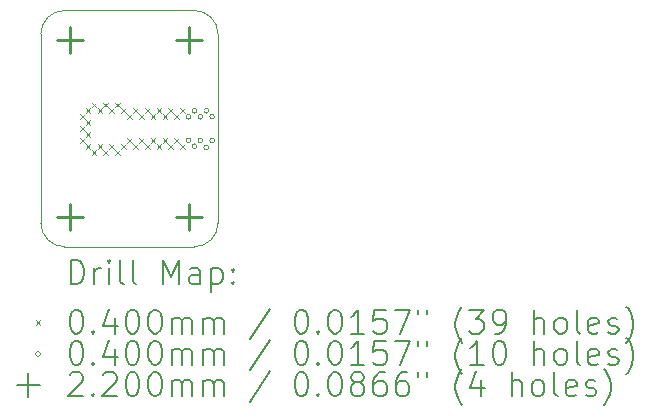
<source format=gbr>
%FSLAX45Y45*%
G04 Gerber Fmt 4.5, Leading zero omitted, Abs format (unit mm)*
G04 Created by KiCad (PCBNEW 6.0.1-79c1e3a40b~116~ubuntu20.04.1) date 2022-01-27 21:51:37*
%MOMM*%
%LPD*%
G01*
G04 APERTURE LIST*
%TA.AperFunction,Profile*%
%ADD10C,0.100000*%
%TD*%
%ADD11C,0.200000*%
%ADD12C,0.040000*%
%ADD13C,0.220000*%
G04 APERTURE END LIST*
D10*
X12650000Y-7150000D02*
G75*
G03*
X12850000Y-7350000I200000J0D01*
G01*
X13950000Y-7350000D02*
X12850000Y-7350000D01*
X12650000Y-7150000D02*
X12650000Y-5550000D01*
X14150000Y-5550000D02*
X14150000Y-7150000D01*
X13950000Y-7350000D02*
G75*
G03*
X14150000Y-7150000I0J200000D01*
G01*
X12850000Y-5350000D02*
G75*
G03*
X12650000Y-5550000I0J-200000D01*
G01*
X12850000Y-5350000D02*
X13950000Y-5350000D01*
X14150000Y-5550000D02*
G75*
G03*
X13950000Y-5350000I-200000J0D01*
G01*
D11*
D12*
X12980000Y-6230000D02*
X13020000Y-6270000D01*
X13020000Y-6230000D02*
X12980000Y-6270000D01*
X12980000Y-6330000D02*
X13020000Y-6370000D01*
X13020000Y-6330000D02*
X12980000Y-6370000D01*
X12980000Y-6430000D02*
X13020000Y-6470000D01*
X13020000Y-6430000D02*
X12980000Y-6470000D01*
X13030000Y-6180000D02*
X13070000Y-6220000D01*
X13070000Y-6180000D02*
X13030000Y-6220000D01*
X13030000Y-6280000D02*
X13070000Y-6320000D01*
X13070000Y-6280000D02*
X13030000Y-6320000D01*
X13030000Y-6380000D02*
X13070000Y-6420000D01*
X13070000Y-6380000D02*
X13030000Y-6420000D01*
X13030000Y-6480000D02*
X13070000Y-6520000D01*
X13070000Y-6480000D02*
X13030000Y-6520000D01*
X13080000Y-6130000D02*
X13120000Y-6170000D01*
X13120000Y-6130000D02*
X13080000Y-6170000D01*
X13080000Y-6530000D02*
X13120000Y-6570000D01*
X13120000Y-6530000D02*
X13080000Y-6570000D01*
X13130000Y-6180000D02*
X13170000Y-6220000D01*
X13170000Y-6180000D02*
X13130000Y-6220000D01*
X13130000Y-6480000D02*
X13170000Y-6520000D01*
X13170000Y-6480000D02*
X13130000Y-6520000D01*
X13180000Y-6130000D02*
X13220000Y-6170000D01*
X13220000Y-6130000D02*
X13180000Y-6170000D01*
X13180000Y-6530000D02*
X13220000Y-6570000D01*
X13220000Y-6530000D02*
X13180000Y-6570000D01*
X13230000Y-6180000D02*
X13270000Y-6220000D01*
X13270000Y-6180000D02*
X13230000Y-6220000D01*
X13230000Y-6480000D02*
X13270000Y-6520000D01*
X13270000Y-6480000D02*
X13230000Y-6520000D01*
X13280000Y-6130000D02*
X13320000Y-6170000D01*
X13320000Y-6130000D02*
X13280000Y-6170000D01*
X13280000Y-6530000D02*
X13320000Y-6570000D01*
X13320000Y-6530000D02*
X13280000Y-6570000D01*
X13330000Y-6180000D02*
X13370000Y-6220000D01*
X13370000Y-6180000D02*
X13330000Y-6220000D01*
X13330000Y-6480000D02*
X13370000Y-6520000D01*
X13370000Y-6480000D02*
X13330000Y-6520000D01*
X13380000Y-6230000D02*
X13420000Y-6270000D01*
X13420000Y-6230000D02*
X13380000Y-6270000D01*
X13380000Y-6430000D02*
X13420000Y-6470000D01*
X13420000Y-6430000D02*
X13380000Y-6470000D01*
X13430000Y-6180000D02*
X13470000Y-6220000D01*
X13470000Y-6180000D02*
X13430000Y-6220000D01*
X13430000Y-6480000D02*
X13470000Y-6520000D01*
X13470000Y-6480000D02*
X13430000Y-6520000D01*
X13480000Y-6230000D02*
X13520000Y-6270000D01*
X13520000Y-6230000D02*
X13480000Y-6270000D01*
X13480000Y-6430000D02*
X13520000Y-6470000D01*
X13520000Y-6430000D02*
X13480000Y-6470000D01*
X13530000Y-6180000D02*
X13570000Y-6220000D01*
X13570000Y-6180000D02*
X13530000Y-6220000D01*
X13530000Y-6480000D02*
X13570000Y-6520000D01*
X13570000Y-6480000D02*
X13530000Y-6520000D01*
X13580000Y-6230000D02*
X13620000Y-6270000D01*
X13620000Y-6230000D02*
X13580000Y-6270000D01*
X13580000Y-6430000D02*
X13620000Y-6470000D01*
X13620000Y-6430000D02*
X13580000Y-6470000D01*
X13630000Y-6180000D02*
X13670000Y-6220000D01*
X13670000Y-6180000D02*
X13630000Y-6220000D01*
X13630000Y-6480000D02*
X13670000Y-6520000D01*
X13670000Y-6480000D02*
X13630000Y-6520000D01*
X13680000Y-6230000D02*
X13720000Y-6270000D01*
X13720000Y-6230000D02*
X13680000Y-6270000D01*
X13680000Y-6430000D02*
X13720000Y-6470000D01*
X13720000Y-6430000D02*
X13680000Y-6470000D01*
X13730000Y-6180000D02*
X13770000Y-6220000D01*
X13770000Y-6180000D02*
X13730000Y-6220000D01*
X13730000Y-6480000D02*
X13770000Y-6520000D01*
X13770000Y-6480000D02*
X13730000Y-6520000D01*
X13780000Y-6230000D02*
X13820000Y-6270000D01*
X13820000Y-6230000D02*
X13780000Y-6270000D01*
X13780000Y-6430000D02*
X13820000Y-6470000D01*
X13820000Y-6430000D02*
X13780000Y-6470000D01*
X13830000Y-6180000D02*
X13870000Y-6220000D01*
X13870000Y-6180000D02*
X13830000Y-6220000D01*
X13830000Y-6480000D02*
X13870000Y-6520000D01*
X13870000Y-6480000D02*
X13830000Y-6520000D01*
X13920000Y-6250000D02*
G75*
G03*
X13920000Y-6250000I-20000J0D01*
G01*
X13920000Y-6450000D02*
G75*
G03*
X13920000Y-6450000I-20000J0D01*
G01*
X13970000Y-6200000D02*
G75*
G03*
X13970000Y-6200000I-20000J0D01*
G01*
X13970000Y-6500000D02*
G75*
G03*
X13970000Y-6500000I-20000J0D01*
G01*
X14020000Y-6250000D02*
G75*
G03*
X14020000Y-6250000I-20000J0D01*
G01*
X14020000Y-6450000D02*
G75*
G03*
X14020000Y-6450000I-20000J0D01*
G01*
X14070000Y-6200000D02*
G75*
G03*
X14070000Y-6200000I-20000J0D01*
G01*
X14070000Y-6510000D02*
G75*
G03*
X14070000Y-6510000I-20000J0D01*
G01*
X14120000Y-6250000D02*
G75*
G03*
X14120000Y-6250000I-20000J0D01*
G01*
X14120000Y-6450000D02*
G75*
G03*
X14120000Y-6450000I-20000J0D01*
G01*
D13*
X12900000Y-5490000D02*
X12900000Y-5710000D01*
X12790000Y-5600000D02*
X13010000Y-5600000D01*
X12900000Y-6990000D02*
X12900000Y-7210000D01*
X12790000Y-7100000D02*
X13010000Y-7100000D01*
X13900000Y-5490000D02*
X13900000Y-5710000D01*
X13790000Y-5600000D02*
X14010000Y-5600000D01*
X13900000Y-6990000D02*
X13900000Y-7210000D01*
X13790000Y-7100000D02*
X14010000Y-7100000D01*
D11*
X12902619Y-7665476D02*
X12902619Y-7465476D01*
X12950238Y-7465476D01*
X12978809Y-7475000D01*
X12997857Y-7494048D01*
X13007381Y-7513095D01*
X13016905Y-7551190D01*
X13016905Y-7579762D01*
X13007381Y-7617857D01*
X12997857Y-7636905D01*
X12978809Y-7655952D01*
X12950238Y-7665476D01*
X12902619Y-7665476D01*
X13102619Y-7665476D02*
X13102619Y-7532143D01*
X13102619Y-7570238D02*
X13112143Y-7551190D01*
X13121667Y-7541667D01*
X13140714Y-7532143D01*
X13159762Y-7532143D01*
X13226428Y-7665476D02*
X13226428Y-7532143D01*
X13226428Y-7465476D02*
X13216905Y-7475000D01*
X13226428Y-7484524D01*
X13235952Y-7475000D01*
X13226428Y-7465476D01*
X13226428Y-7484524D01*
X13350238Y-7665476D02*
X13331190Y-7655952D01*
X13321667Y-7636905D01*
X13321667Y-7465476D01*
X13455000Y-7665476D02*
X13435952Y-7655952D01*
X13426428Y-7636905D01*
X13426428Y-7465476D01*
X13683571Y-7665476D02*
X13683571Y-7465476D01*
X13750238Y-7608333D01*
X13816905Y-7465476D01*
X13816905Y-7665476D01*
X13997857Y-7665476D02*
X13997857Y-7560714D01*
X13988333Y-7541667D01*
X13969286Y-7532143D01*
X13931190Y-7532143D01*
X13912143Y-7541667D01*
X13997857Y-7655952D02*
X13978809Y-7665476D01*
X13931190Y-7665476D01*
X13912143Y-7655952D01*
X13902619Y-7636905D01*
X13902619Y-7617857D01*
X13912143Y-7598809D01*
X13931190Y-7589286D01*
X13978809Y-7589286D01*
X13997857Y-7579762D01*
X14093095Y-7532143D02*
X14093095Y-7732143D01*
X14093095Y-7541667D02*
X14112143Y-7532143D01*
X14150238Y-7532143D01*
X14169286Y-7541667D01*
X14178809Y-7551190D01*
X14188333Y-7570238D01*
X14188333Y-7627381D01*
X14178809Y-7646428D01*
X14169286Y-7655952D01*
X14150238Y-7665476D01*
X14112143Y-7665476D01*
X14093095Y-7655952D01*
X14274048Y-7646428D02*
X14283571Y-7655952D01*
X14274048Y-7665476D01*
X14264524Y-7655952D01*
X14274048Y-7646428D01*
X14274048Y-7665476D01*
X14274048Y-7541667D02*
X14283571Y-7551190D01*
X14274048Y-7560714D01*
X14264524Y-7551190D01*
X14274048Y-7541667D01*
X14274048Y-7560714D01*
D12*
X12605000Y-7975000D02*
X12645000Y-8015000D01*
X12645000Y-7975000D02*
X12605000Y-8015000D01*
D11*
X12940714Y-7885476D02*
X12959762Y-7885476D01*
X12978809Y-7895000D01*
X12988333Y-7904524D01*
X12997857Y-7923571D01*
X13007381Y-7961667D01*
X13007381Y-8009286D01*
X12997857Y-8047381D01*
X12988333Y-8066428D01*
X12978809Y-8075952D01*
X12959762Y-8085476D01*
X12940714Y-8085476D01*
X12921667Y-8075952D01*
X12912143Y-8066428D01*
X12902619Y-8047381D01*
X12893095Y-8009286D01*
X12893095Y-7961667D01*
X12902619Y-7923571D01*
X12912143Y-7904524D01*
X12921667Y-7895000D01*
X12940714Y-7885476D01*
X13093095Y-8066428D02*
X13102619Y-8075952D01*
X13093095Y-8085476D01*
X13083571Y-8075952D01*
X13093095Y-8066428D01*
X13093095Y-8085476D01*
X13274048Y-7952143D02*
X13274048Y-8085476D01*
X13226428Y-7875952D02*
X13178809Y-8018809D01*
X13302619Y-8018809D01*
X13416905Y-7885476D02*
X13435952Y-7885476D01*
X13455000Y-7895000D01*
X13464524Y-7904524D01*
X13474048Y-7923571D01*
X13483571Y-7961667D01*
X13483571Y-8009286D01*
X13474048Y-8047381D01*
X13464524Y-8066428D01*
X13455000Y-8075952D01*
X13435952Y-8085476D01*
X13416905Y-8085476D01*
X13397857Y-8075952D01*
X13388333Y-8066428D01*
X13378809Y-8047381D01*
X13369286Y-8009286D01*
X13369286Y-7961667D01*
X13378809Y-7923571D01*
X13388333Y-7904524D01*
X13397857Y-7895000D01*
X13416905Y-7885476D01*
X13607381Y-7885476D02*
X13626428Y-7885476D01*
X13645476Y-7895000D01*
X13655000Y-7904524D01*
X13664524Y-7923571D01*
X13674048Y-7961667D01*
X13674048Y-8009286D01*
X13664524Y-8047381D01*
X13655000Y-8066428D01*
X13645476Y-8075952D01*
X13626428Y-8085476D01*
X13607381Y-8085476D01*
X13588333Y-8075952D01*
X13578809Y-8066428D01*
X13569286Y-8047381D01*
X13559762Y-8009286D01*
X13559762Y-7961667D01*
X13569286Y-7923571D01*
X13578809Y-7904524D01*
X13588333Y-7895000D01*
X13607381Y-7885476D01*
X13759762Y-8085476D02*
X13759762Y-7952143D01*
X13759762Y-7971190D02*
X13769286Y-7961667D01*
X13788333Y-7952143D01*
X13816905Y-7952143D01*
X13835952Y-7961667D01*
X13845476Y-7980714D01*
X13845476Y-8085476D01*
X13845476Y-7980714D02*
X13855000Y-7961667D01*
X13874048Y-7952143D01*
X13902619Y-7952143D01*
X13921667Y-7961667D01*
X13931190Y-7980714D01*
X13931190Y-8085476D01*
X14026428Y-8085476D02*
X14026428Y-7952143D01*
X14026428Y-7971190D02*
X14035952Y-7961667D01*
X14055000Y-7952143D01*
X14083571Y-7952143D01*
X14102619Y-7961667D01*
X14112143Y-7980714D01*
X14112143Y-8085476D01*
X14112143Y-7980714D02*
X14121667Y-7961667D01*
X14140714Y-7952143D01*
X14169286Y-7952143D01*
X14188333Y-7961667D01*
X14197857Y-7980714D01*
X14197857Y-8085476D01*
X14588333Y-7875952D02*
X14416905Y-8133095D01*
X14845476Y-7885476D02*
X14864524Y-7885476D01*
X14883571Y-7895000D01*
X14893095Y-7904524D01*
X14902619Y-7923571D01*
X14912143Y-7961667D01*
X14912143Y-8009286D01*
X14902619Y-8047381D01*
X14893095Y-8066428D01*
X14883571Y-8075952D01*
X14864524Y-8085476D01*
X14845476Y-8085476D01*
X14826428Y-8075952D01*
X14816905Y-8066428D01*
X14807381Y-8047381D01*
X14797857Y-8009286D01*
X14797857Y-7961667D01*
X14807381Y-7923571D01*
X14816905Y-7904524D01*
X14826428Y-7895000D01*
X14845476Y-7885476D01*
X14997857Y-8066428D02*
X15007381Y-8075952D01*
X14997857Y-8085476D01*
X14988333Y-8075952D01*
X14997857Y-8066428D01*
X14997857Y-8085476D01*
X15131190Y-7885476D02*
X15150238Y-7885476D01*
X15169286Y-7895000D01*
X15178809Y-7904524D01*
X15188333Y-7923571D01*
X15197857Y-7961667D01*
X15197857Y-8009286D01*
X15188333Y-8047381D01*
X15178809Y-8066428D01*
X15169286Y-8075952D01*
X15150238Y-8085476D01*
X15131190Y-8085476D01*
X15112143Y-8075952D01*
X15102619Y-8066428D01*
X15093095Y-8047381D01*
X15083571Y-8009286D01*
X15083571Y-7961667D01*
X15093095Y-7923571D01*
X15102619Y-7904524D01*
X15112143Y-7895000D01*
X15131190Y-7885476D01*
X15388333Y-8085476D02*
X15274048Y-8085476D01*
X15331190Y-8085476D02*
X15331190Y-7885476D01*
X15312143Y-7914048D01*
X15293095Y-7933095D01*
X15274048Y-7942619D01*
X15569286Y-7885476D02*
X15474048Y-7885476D01*
X15464524Y-7980714D01*
X15474048Y-7971190D01*
X15493095Y-7961667D01*
X15540714Y-7961667D01*
X15559762Y-7971190D01*
X15569286Y-7980714D01*
X15578809Y-7999762D01*
X15578809Y-8047381D01*
X15569286Y-8066428D01*
X15559762Y-8075952D01*
X15540714Y-8085476D01*
X15493095Y-8085476D01*
X15474048Y-8075952D01*
X15464524Y-8066428D01*
X15645476Y-7885476D02*
X15778809Y-7885476D01*
X15693095Y-8085476D01*
X15845476Y-7885476D02*
X15845476Y-7923571D01*
X15921667Y-7885476D02*
X15921667Y-7923571D01*
X16216905Y-8161667D02*
X16207381Y-8152143D01*
X16188333Y-8123571D01*
X16178809Y-8104524D01*
X16169286Y-8075952D01*
X16159762Y-8028333D01*
X16159762Y-7990238D01*
X16169286Y-7942619D01*
X16178809Y-7914048D01*
X16188333Y-7895000D01*
X16207381Y-7866428D01*
X16216905Y-7856905D01*
X16274048Y-7885476D02*
X16397857Y-7885476D01*
X16331190Y-7961667D01*
X16359762Y-7961667D01*
X16378809Y-7971190D01*
X16388333Y-7980714D01*
X16397857Y-7999762D01*
X16397857Y-8047381D01*
X16388333Y-8066428D01*
X16378809Y-8075952D01*
X16359762Y-8085476D01*
X16302619Y-8085476D01*
X16283571Y-8075952D01*
X16274048Y-8066428D01*
X16493095Y-8085476D02*
X16531190Y-8085476D01*
X16550238Y-8075952D01*
X16559762Y-8066428D01*
X16578809Y-8037857D01*
X16588333Y-7999762D01*
X16588333Y-7923571D01*
X16578809Y-7904524D01*
X16569286Y-7895000D01*
X16550238Y-7885476D01*
X16512143Y-7885476D01*
X16493095Y-7895000D01*
X16483571Y-7904524D01*
X16474048Y-7923571D01*
X16474048Y-7971190D01*
X16483571Y-7990238D01*
X16493095Y-7999762D01*
X16512143Y-8009286D01*
X16550238Y-8009286D01*
X16569286Y-7999762D01*
X16578809Y-7990238D01*
X16588333Y-7971190D01*
X16826429Y-8085476D02*
X16826429Y-7885476D01*
X16912143Y-8085476D02*
X16912143Y-7980714D01*
X16902619Y-7961667D01*
X16883571Y-7952143D01*
X16855000Y-7952143D01*
X16835952Y-7961667D01*
X16826429Y-7971190D01*
X17035952Y-8085476D02*
X17016905Y-8075952D01*
X17007381Y-8066428D01*
X16997857Y-8047381D01*
X16997857Y-7990238D01*
X17007381Y-7971190D01*
X17016905Y-7961667D01*
X17035952Y-7952143D01*
X17064524Y-7952143D01*
X17083571Y-7961667D01*
X17093095Y-7971190D01*
X17102619Y-7990238D01*
X17102619Y-8047381D01*
X17093095Y-8066428D01*
X17083571Y-8075952D01*
X17064524Y-8085476D01*
X17035952Y-8085476D01*
X17216905Y-8085476D02*
X17197857Y-8075952D01*
X17188333Y-8056905D01*
X17188333Y-7885476D01*
X17369286Y-8075952D02*
X17350238Y-8085476D01*
X17312143Y-8085476D01*
X17293095Y-8075952D01*
X17283571Y-8056905D01*
X17283571Y-7980714D01*
X17293095Y-7961667D01*
X17312143Y-7952143D01*
X17350238Y-7952143D01*
X17369286Y-7961667D01*
X17378810Y-7980714D01*
X17378810Y-7999762D01*
X17283571Y-8018809D01*
X17455000Y-8075952D02*
X17474048Y-8085476D01*
X17512143Y-8085476D01*
X17531190Y-8075952D01*
X17540714Y-8056905D01*
X17540714Y-8047381D01*
X17531190Y-8028333D01*
X17512143Y-8018809D01*
X17483571Y-8018809D01*
X17464524Y-8009286D01*
X17455000Y-7990238D01*
X17455000Y-7980714D01*
X17464524Y-7961667D01*
X17483571Y-7952143D01*
X17512143Y-7952143D01*
X17531190Y-7961667D01*
X17607381Y-8161667D02*
X17616905Y-8152143D01*
X17635952Y-8123571D01*
X17645476Y-8104524D01*
X17655000Y-8075952D01*
X17664524Y-8028333D01*
X17664524Y-7990238D01*
X17655000Y-7942619D01*
X17645476Y-7914048D01*
X17635952Y-7895000D01*
X17616905Y-7866428D01*
X17607381Y-7856905D01*
D12*
X12645000Y-8259000D02*
G75*
G03*
X12645000Y-8259000I-20000J0D01*
G01*
D11*
X12940714Y-8149476D02*
X12959762Y-8149476D01*
X12978809Y-8159000D01*
X12988333Y-8168524D01*
X12997857Y-8187571D01*
X13007381Y-8225667D01*
X13007381Y-8273286D01*
X12997857Y-8311381D01*
X12988333Y-8330428D01*
X12978809Y-8339952D01*
X12959762Y-8349476D01*
X12940714Y-8349476D01*
X12921667Y-8339952D01*
X12912143Y-8330428D01*
X12902619Y-8311381D01*
X12893095Y-8273286D01*
X12893095Y-8225667D01*
X12902619Y-8187571D01*
X12912143Y-8168524D01*
X12921667Y-8159000D01*
X12940714Y-8149476D01*
X13093095Y-8330428D02*
X13102619Y-8339952D01*
X13093095Y-8349476D01*
X13083571Y-8339952D01*
X13093095Y-8330428D01*
X13093095Y-8349476D01*
X13274048Y-8216143D02*
X13274048Y-8349476D01*
X13226428Y-8139952D02*
X13178809Y-8282809D01*
X13302619Y-8282809D01*
X13416905Y-8149476D02*
X13435952Y-8149476D01*
X13455000Y-8159000D01*
X13464524Y-8168524D01*
X13474048Y-8187571D01*
X13483571Y-8225667D01*
X13483571Y-8273286D01*
X13474048Y-8311381D01*
X13464524Y-8330428D01*
X13455000Y-8339952D01*
X13435952Y-8349476D01*
X13416905Y-8349476D01*
X13397857Y-8339952D01*
X13388333Y-8330428D01*
X13378809Y-8311381D01*
X13369286Y-8273286D01*
X13369286Y-8225667D01*
X13378809Y-8187571D01*
X13388333Y-8168524D01*
X13397857Y-8159000D01*
X13416905Y-8149476D01*
X13607381Y-8149476D02*
X13626428Y-8149476D01*
X13645476Y-8159000D01*
X13655000Y-8168524D01*
X13664524Y-8187571D01*
X13674048Y-8225667D01*
X13674048Y-8273286D01*
X13664524Y-8311381D01*
X13655000Y-8330428D01*
X13645476Y-8339952D01*
X13626428Y-8349476D01*
X13607381Y-8349476D01*
X13588333Y-8339952D01*
X13578809Y-8330428D01*
X13569286Y-8311381D01*
X13559762Y-8273286D01*
X13559762Y-8225667D01*
X13569286Y-8187571D01*
X13578809Y-8168524D01*
X13588333Y-8159000D01*
X13607381Y-8149476D01*
X13759762Y-8349476D02*
X13759762Y-8216143D01*
X13759762Y-8235190D02*
X13769286Y-8225667D01*
X13788333Y-8216143D01*
X13816905Y-8216143D01*
X13835952Y-8225667D01*
X13845476Y-8244714D01*
X13845476Y-8349476D01*
X13845476Y-8244714D02*
X13855000Y-8225667D01*
X13874048Y-8216143D01*
X13902619Y-8216143D01*
X13921667Y-8225667D01*
X13931190Y-8244714D01*
X13931190Y-8349476D01*
X14026428Y-8349476D02*
X14026428Y-8216143D01*
X14026428Y-8235190D02*
X14035952Y-8225667D01*
X14055000Y-8216143D01*
X14083571Y-8216143D01*
X14102619Y-8225667D01*
X14112143Y-8244714D01*
X14112143Y-8349476D01*
X14112143Y-8244714D02*
X14121667Y-8225667D01*
X14140714Y-8216143D01*
X14169286Y-8216143D01*
X14188333Y-8225667D01*
X14197857Y-8244714D01*
X14197857Y-8349476D01*
X14588333Y-8139952D02*
X14416905Y-8397095D01*
X14845476Y-8149476D02*
X14864524Y-8149476D01*
X14883571Y-8159000D01*
X14893095Y-8168524D01*
X14902619Y-8187571D01*
X14912143Y-8225667D01*
X14912143Y-8273286D01*
X14902619Y-8311381D01*
X14893095Y-8330428D01*
X14883571Y-8339952D01*
X14864524Y-8349476D01*
X14845476Y-8349476D01*
X14826428Y-8339952D01*
X14816905Y-8330428D01*
X14807381Y-8311381D01*
X14797857Y-8273286D01*
X14797857Y-8225667D01*
X14807381Y-8187571D01*
X14816905Y-8168524D01*
X14826428Y-8159000D01*
X14845476Y-8149476D01*
X14997857Y-8330428D02*
X15007381Y-8339952D01*
X14997857Y-8349476D01*
X14988333Y-8339952D01*
X14997857Y-8330428D01*
X14997857Y-8349476D01*
X15131190Y-8149476D02*
X15150238Y-8149476D01*
X15169286Y-8159000D01*
X15178809Y-8168524D01*
X15188333Y-8187571D01*
X15197857Y-8225667D01*
X15197857Y-8273286D01*
X15188333Y-8311381D01*
X15178809Y-8330428D01*
X15169286Y-8339952D01*
X15150238Y-8349476D01*
X15131190Y-8349476D01*
X15112143Y-8339952D01*
X15102619Y-8330428D01*
X15093095Y-8311381D01*
X15083571Y-8273286D01*
X15083571Y-8225667D01*
X15093095Y-8187571D01*
X15102619Y-8168524D01*
X15112143Y-8159000D01*
X15131190Y-8149476D01*
X15388333Y-8349476D02*
X15274048Y-8349476D01*
X15331190Y-8349476D02*
X15331190Y-8149476D01*
X15312143Y-8178048D01*
X15293095Y-8197095D01*
X15274048Y-8206619D01*
X15569286Y-8149476D02*
X15474048Y-8149476D01*
X15464524Y-8244714D01*
X15474048Y-8235190D01*
X15493095Y-8225667D01*
X15540714Y-8225667D01*
X15559762Y-8235190D01*
X15569286Y-8244714D01*
X15578809Y-8263762D01*
X15578809Y-8311381D01*
X15569286Y-8330428D01*
X15559762Y-8339952D01*
X15540714Y-8349476D01*
X15493095Y-8349476D01*
X15474048Y-8339952D01*
X15464524Y-8330428D01*
X15645476Y-8149476D02*
X15778809Y-8149476D01*
X15693095Y-8349476D01*
X15845476Y-8149476D02*
X15845476Y-8187571D01*
X15921667Y-8149476D02*
X15921667Y-8187571D01*
X16216905Y-8425667D02*
X16207381Y-8416143D01*
X16188333Y-8387571D01*
X16178809Y-8368524D01*
X16169286Y-8339952D01*
X16159762Y-8292333D01*
X16159762Y-8254238D01*
X16169286Y-8206619D01*
X16178809Y-8178048D01*
X16188333Y-8159000D01*
X16207381Y-8130428D01*
X16216905Y-8120905D01*
X16397857Y-8349476D02*
X16283571Y-8349476D01*
X16340714Y-8349476D02*
X16340714Y-8149476D01*
X16321667Y-8178048D01*
X16302619Y-8197095D01*
X16283571Y-8206619D01*
X16521667Y-8149476D02*
X16540714Y-8149476D01*
X16559762Y-8159000D01*
X16569286Y-8168524D01*
X16578809Y-8187571D01*
X16588333Y-8225667D01*
X16588333Y-8273286D01*
X16578809Y-8311381D01*
X16569286Y-8330428D01*
X16559762Y-8339952D01*
X16540714Y-8349476D01*
X16521667Y-8349476D01*
X16502619Y-8339952D01*
X16493095Y-8330428D01*
X16483571Y-8311381D01*
X16474048Y-8273286D01*
X16474048Y-8225667D01*
X16483571Y-8187571D01*
X16493095Y-8168524D01*
X16502619Y-8159000D01*
X16521667Y-8149476D01*
X16826429Y-8349476D02*
X16826429Y-8149476D01*
X16912143Y-8349476D02*
X16912143Y-8244714D01*
X16902619Y-8225667D01*
X16883571Y-8216143D01*
X16855000Y-8216143D01*
X16835952Y-8225667D01*
X16826429Y-8235190D01*
X17035952Y-8349476D02*
X17016905Y-8339952D01*
X17007381Y-8330428D01*
X16997857Y-8311381D01*
X16997857Y-8254238D01*
X17007381Y-8235190D01*
X17016905Y-8225667D01*
X17035952Y-8216143D01*
X17064524Y-8216143D01*
X17083571Y-8225667D01*
X17093095Y-8235190D01*
X17102619Y-8254238D01*
X17102619Y-8311381D01*
X17093095Y-8330428D01*
X17083571Y-8339952D01*
X17064524Y-8349476D01*
X17035952Y-8349476D01*
X17216905Y-8349476D02*
X17197857Y-8339952D01*
X17188333Y-8320905D01*
X17188333Y-8149476D01*
X17369286Y-8339952D02*
X17350238Y-8349476D01*
X17312143Y-8349476D01*
X17293095Y-8339952D01*
X17283571Y-8320905D01*
X17283571Y-8244714D01*
X17293095Y-8225667D01*
X17312143Y-8216143D01*
X17350238Y-8216143D01*
X17369286Y-8225667D01*
X17378810Y-8244714D01*
X17378810Y-8263762D01*
X17283571Y-8282809D01*
X17455000Y-8339952D02*
X17474048Y-8349476D01*
X17512143Y-8349476D01*
X17531190Y-8339952D01*
X17540714Y-8320905D01*
X17540714Y-8311381D01*
X17531190Y-8292333D01*
X17512143Y-8282809D01*
X17483571Y-8282809D01*
X17464524Y-8273286D01*
X17455000Y-8254238D01*
X17455000Y-8244714D01*
X17464524Y-8225667D01*
X17483571Y-8216143D01*
X17512143Y-8216143D01*
X17531190Y-8225667D01*
X17607381Y-8425667D02*
X17616905Y-8416143D01*
X17635952Y-8387571D01*
X17645476Y-8368524D01*
X17655000Y-8339952D01*
X17664524Y-8292333D01*
X17664524Y-8254238D01*
X17655000Y-8206619D01*
X17645476Y-8178048D01*
X17635952Y-8159000D01*
X17616905Y-8130428D01*
X17607381Y-8120905D01*
X12545000Y-8423000D02*
X12545000Y-8623000D01*
X12445000Y-8523000D02*
X12645000Y-8523000D01*
X12893095Y-8432524D02*
X12902619Y-8423000D01*
X12921667Y-8413476D01*
X12969286Y-8413476D01*
X12988333Y-8423000D01*
X12997857Y-8432524D01*
X13007381Y-8451571D01*
X13007381Y-8470619D01*
X12997857Y-8499190D01*
X12883571Y-8613476D01*
X13007381Y-8613476D01*
X13093095Y-8594429D02*
X13102619Y-8603952D01*
X13093095Y-8613476D01*
X13083571Y-8603952D01*
X13093095Y-8594429D01*
X13093095Y-8613476D01*
X13178809Y-8432524D02*
X13188333Y-8423000D01*
X13207381Y-8413476D01*
X13255000Y-8413476D01*
X13274048Y-8423000D01*
X13283571Y-8432524D01*
X13293095Y-8451571D01*
X13293095Y-8470619D01*
X13283571Y-8499190D01*
X13169286Y-8613476D01*
X13293095Y-8613476D01*
X13416905Y-8413476D02*
X13435952Y-8413476D01*
X13455000Y-8423000D01*
X13464524Y-8432524D01*
X13474048Y-8451571D01*
X13483571Y-8489667D01*
X13483571Y-8537286D01*
X13474048Y-8575381D01*
X13464524Y-8594429D01*
X13455000Y-8603952D01*
X13435952Y-8613476D01*
X13416905Y-8613476D01*
X13397857Y-8603952D01*
X13388333Y-8594429D01*
X13378809Y-8575381D01*
X13369286Y-8537286D01*
X13369286Y-8489667D01*
X13378809Y-8451571D01*
X13388333Y-8432524D01*
X13397857Y-8423000D01*
X13416905Y-8413476D01*
X13607381Y-8413476D02*
X13626428Y-8413476D01*
X13645476Y-8423000D01*
X13655000Y-8432524D01*
X13664524Y-8451571D01*
X13674048Y-8489667D01*
X13674048Y-8537286D01*
X13664524Y-8575381D01*
X13655000Y-8594429D01*
X13645476Y-8603952D01*
X13626428Y-8613476D01*
X13607381Y-8613476D01*
X13588333Y-8603952D01*
X13578809Y-8594429D01*
X13569286Y-8575381D01*
X13559762Y-8537286D01*
X13559762Y-8489667D01*
X13569286Y-8451571D01*
X13578809Y-8432524D01*
X13588333Y-8423000D01*
X13607381Y-8413476D01*
X13759762Y-8613476D02*
X13759762Y-8480143D01*
X13759762Y-8499190D02*
X13769286Y-8489667D01*
X13788333Y-8480143D01*
X13816905Y-8480143D01*
X13835952Y-8489667D01*
X13845476Y-8508714D01*
X13845476Y-8613476D01*
X13845476Y-8508714D02*
X13855000Y-8489667D01*
X13874048Y-8480143D01*
X13902619Y-8480143D01*
X13921667Y-8489667D01*
X13931190Y-8508714D01*
X13931190Y-8613476D01*
X14026428Y-8613476D02*
X14026428Y-8480143D01*
X14026428Y-8499190D02*
X14035952Y-8489667D01*
X14055000Y-8480143D01*
X14083571Y-8480143D01*
X14102619Y-8489667D01*
X14112143Y-8508714D01*
X14112143Y-8613476D01*
X14112143Y-8508714D02*
X14121667Y-8489667D01*
X14140714Y-8480143D01*
X14169286Y-8480143D01*
X14188333Y-8489667D01*
X14197857Y-8508714D01*
X14197857Y-8613476D01*
X14588333Y-8403952D02*
X14416905Y-8661095D01*
X14845476Y-8413476D02*
X14864524Y-8413476D01*
X14883571Y-8423000D01*
X14893095Y-8432524D01*
X14902619Y-8451571D01*
X14912143Y-8489667D01*
X14912143Y-8537286D01*
X14902619Y-8575381D01*
X14893095Y-8594429D01*
X14883571Y-8603952D01*
X14864524Y-8613476D01*
X14845476Y-8613476D01*
X14826428Y-8603952D01*
X14816905Y-8594429D01*
X14807381Y-8575381D01*
X14797857Y-8537286D01*
X14797857Y-8489667D01*
X14807381Y-8451571D01*
X14816905Y-8432524D01*
X14826428Y-8423000D01*
X14845476Y-8413476D01*
X14997857Y-8594429D02*
X15007381Y-8603952D01*
X14997857Y-8613476D01*
X14988333Y-8603952D01*
X14997857Y-8594429D01*
X14997857Y-8613476D01*
X15131190Y-8413476D02*
X15150238Y-8413476D01*
X15169286Y-8423000D01*
X15178809Y-8432524D01*
X15188333Y-8451571D01*
X15197857Y-8489667D01*
X15197857Y-8537286D01*
X15188333Y-8575381D01*
X15178809Y-8594429D01*
X15169286Y-8603952D01*
X15150238Y-8613476D01*
X15131190Y-8613476D01*
X15112143Y-8603952D01*
X15102619Y-8594429D01*
X15093095Y-8575381D01*
X15083571Y-8537286D01*
X15083571Y-8489667D01*
X15093095Y-8451571D01*
X15102619Y-8432524D01*
X15112143Y-8423000D01*
X15131190Y-8413476D01*
X15312143Y-8499190D02*
X15293095Y-8489667D01*
X15283571Y-8480143D01*
X15274048Y-8461095D01*
X15274048Y-8451571D01*
X15283571Y-8432524D01*
X15293095Y-8423000D01*
X15312143Y-8413476D01*
X15350238Y-8413476D01*
X15369286Y-8423000D01*
X15378809Y-8432524D01*
X15388333Y-8451571D01*
X15388333Y-8461095D01*
X15378809Y-8480143D01*
X15369286Y-8489667D01*
X15350238Y-8499190D01*
X15312143Y-8499190D01*
X15293095Y-8508714D01*
X15283571Y-8518238D01*
X15274048Y-8537286D01*
X15274048Y-8575381D01*
X15283571Y-8594429D01*
X15293095Y-8603952D01*
X15312143Y-8613476D01*
X15350238Y-8613476D01*
X15369286Y-8603952D01*
X15378809Y-8594429D01*
X15388333Y-8575381D01*
X15388333Y-8537286D01*
X15378809Y-8518238D01*
X15369286Y-8508714D01*
X15350238Y-8499190D01*
X15559762Y-8413476D02*
X15521667Y-8413476D01*
X15502619Y-8423000D01*
X15493095Y-8432524D01*
X15474048Y-8461095D01*
X15464524Y-8499190D01*
X15464524Y-8575381D01*
X15474048Y-8594429D01*
X15483571Y-8603952D01*
X15502619Y-8613476D01*
X15540714Y-8613476D01*
X15559762Y-8603952D01*
X15569286Y-8594429D01*
X15578809Y-8575381D01*
X15578809Y-8527762D01*
X15569286Y-8508714D01*
X15559762Y-8499190D01*
X15540714Y-8489667D01*
X15502619Y-8489667D01*
X15483571Y-8499190D01*
X15474048Y-8508714D01*
X15464524Y-8527762D01*
X15750238Y-8413476D02*
X15712143Y-8413476D01*
X15693095Y-8423000D01*
X15683571Y-8432524D01*
X15664524Y-8461095D01*
X15655000Y-8499190D01*
X15655000Y-8575381D01*
X15664524Y-8594429D01*
X15674048Y-8603952D01*
X15693095Y-8613476D01*
X15731190Y-8613476D01*
X15750238Y-8603952D01*
X15759762Y-8594429D01*
X15769286Y-8575381D01*
X15769286Y-8527762D01*
X15759762Y-8508714D01*
X15750238Y-8499190D01*
X15731190Y-8489667D01*
X15693095Y-8489667D01*
X15674048Y-8499190D01*
X15664524Y-8508714D01*
X15655000Y-8527762D01*
X15845476Y-8413476D02*
X15845476Y-8451571D01*
X15921667Y-8413476D02*
X15921667Y-8451571D01*
X16216905Y-8689667D02*
X16207381Y-8680143D01*
X16188333Y-8651571D01*
X16178809Y-8632524D01*
X16169286Y-8603952D01*
X16159762Y-8556333D01*
X16159762Y-8518238D01*
X16169286Y-8470619D01*
X16178809Y-8442048D01*
X16188333Y-8423000D01*
X16207381Y-8394429D01*
X16216905Y-8384905D01*
X16378809Y-8480143D02*
X16378809Y-8613476D01*
X16331190Y-8403952D02*
X16283571Y-8546810D01*
X16407381Y-8546810D01*
X16635952Y-8613476D02*
X16635952Y-8413476D01*
X16721667Y-8613476D02*
X16721667Y-8508714D01*
X16712143Y-8489667D01*
X16693095Y-8480143D01*
X16664524Y-8480143D01*
X16645476Y-8489667D01*
X16635952Y-8499190D01*
X16845476Y-8613476D02*
X16826429Y-8603952D01*
X16816905Y-8594429D01*
X16807381Y-8575381D01*
X16807381Y-8518238D01*
X16816905Y-8499190D01*
X16826429Y-8489667D01*
X16845476Y-8480143D01*
X16874048Y-8480143D01*
X16893095Y-8489667D01*
X16902619Y-8499190D01*
X16912143Y-8518238D01*
X16912143Y-8575381D01*
X16902619Y-8594429D01*
X16893095Y-8603952D01*
X16874048Y-8613476D01*
X16845476Y-8613476D01*
X17026429Y-8613476D02*
X17007381Y-8603952D01*
X16997857Y-8584905D01*
X16997857Y-8413476D01*
X17178810Y-8603952D02*
X17159762Y-8613476D01*
X17121667Y-8613476D01*
X17102619Y-8603952D01*
X17093095Y-8584905D01*
X17093095Y-8508714D01*
X17102619Y-8489667D01*
X17121667Y-8480143D01*
X17159762Y-8480143D01*
X17178810Y-8489667D01*
X17188333Y-8508714D01*
X17188333Y-8527762D01*
X17093095Y-8546810D01*
X17264524Y-8603952D02*
X17283571Y-8613476D01*
X17321667Y-8613476D01*
X17340714Y-8603952D01*
X17350238Y-8584905D01*
X17350238Y-8575381D01*
X17340714Y-8556333D01*
X17321667Y-8546810D01*
X17293095Y-8546810D01*
X17274048Y-8537286D01*
X17264524Y-8518238D01*
X17264524Y-8508714D01*
X17274048Y-8489667D01*
X17293095Y-8480143D01*
X17321667Y-8480143D01*
X17340714Y-8489667D01*
X17416905Y-8689667D02*
X17426429Y-8680143D01*
X17445476Y-8651571D01*
X17455000Y-8632524D01*
X17464524Y-8603952D01*
X17474048Y-8556333D01*
X17474048Y-8518238D01*
X17464524Y-8470619D01*
X17455000Y-8442048D01*
X17445476Y-8423000D01*
X17426429Y-8394429D01*
X17416905Y-8384905D01*
M02*

</source>
